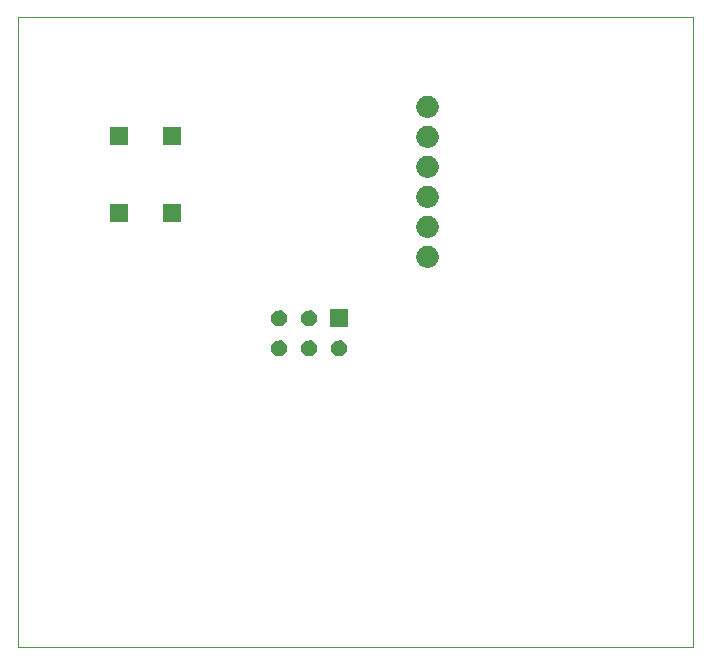
<source format=gbs>
G75*
G71*
%OFA0B0*%
%FSLAX23Y23*%
%IPPOS*%
%LPD*%
%ADD10C,0.1*%
%LPD*%D10*
X0Y0D02*
X0Y100D01*
X0Y200D01*
X0Y300D01*
X0Y400D01*
X0Y499D01*
X0Y599D01*
X0Y699D01*
X0Y799D01*
X0Y899D01*
X0Y999D01*
X0Y1099D01*
X0Y1199D01*
X0Y1299D01*
X0Y1398D01*
X0Y1498D01*
X0Y1598D01*
X0Y1698D01*
X0Y1798D01*
X0Y1898D01*
X0Y1998D01*
X0Y2098D01*
X0Y2198D01*
X0Y2297D01*
X0Y2397D01*
X0Y2497D01*
X0Y2597D01*
X0Y2697D01*
X0Y2797D01*
X0Y2897D01*
X0Y2997D01*
X0Y3097D01*
X0Y3196D01*
X0Y3296D01*
X0Y3396D01*
X0Y3496D01*
X0Y3596D01*
X0Y3696D01*
X0Y3796D01*
X0Y3896D01*
X0Y3995D01*
X0Y4095D01*
X0Y4195D01*
X0Y4295D01*
X0Y4395D01*
X0Y4495D01*
X0Y4595D01*
X0Y4695D01*
X0Y4795D01*
X0Y4894D01*
X0Y4994D01*
X0Y5094D01*
X0Y5194D01*
X0Y5294D01*
X0Y5394D01*
X0Y5494D01*
X0Y5594D01*
X0Y5694D01*
X0Y5793D01*
X0Y5893D01*
X0Y5993D01*
X0Y6093D01*
X0Y6193D01*
X0Y6293D01*
X0Y6393D01*
X0Y6493D01*
X0Y6593D01*
X0Y6692D01*
X0Y6792D01*
X0Y6892D01*
X0Y6992D01*
X0Y7092D01*
X0Y7192D01*
X0Y7292D01*
X0Y7392D01*
X0Y7492D01*
X0Y7591D01*
X0Y7691D01*
X0Y7791D01*
X0Y7891D01*
X0Y7991D01*
X0Y8091D01*
X0Y8191D01*
X0Y8291D01*
X0Y8391D01*
X0Y8490D01*
X0Y8590D01*
X0Y8690D01*
X0Y8790D01*
X0Y8890D01*
X0Y8990D01*
X0Y9090D01*
X0Y9190D01*
X0Y9290D01*
X0Y9389D01*
X0Y9489D01*
X0Y9589D01*
X0Y9689D01*
X0Y9789D01*
X0Y9889D01*
X0Y9989D01*
X0Y10089D01*
X0Y10188D01*
X0Y10288D01*
X0Y10388D01*
X0Y10488D01*
X0Y10588D01*
X0Y10688D01*
X0Y10788D01*
X0Y10888D01*
X0Y10988D01*
X0Y11087D01*
X0Y11187D01*
X0Y11287D01*
X0Y11387D01*
X0Y11487D01*
X0Y11587D01*
X0Y11687D01*
X0Y11787D01*
X0Y11887D01*
X0Y11986D01*
X0Y12086D01*
X0Y12186D01*
X0Y12286D01*
X0Y12386D01*
X0Y12486D01*
X0Y12586D01*
X0Y12686D01*
X0Y12786D01*
X0Y12885D01*
X0Y12985D01*
X0Y13085D01*
X0Y13185D01*
X0Y13285D01*
X0Y13385D01*
X0Y13485D01*
X0Y13585D01*
X0Y13685D01*
X0Y13784D01*
X0Y13884D01*
X0Y13984D01*
X0Y14084D01*
X0Y14184D01*
X0Y14284D01*
X0Y14384D01*
X0Y14484D01*
X0Y14584D01*
X0Y14683D01*
X0Y14783D01*
X0Y14883D01*
X0Y14983D01*
X0Y15083D01*
X0Y15183D01*
X0Y15283D01*
X0Y15383D01*
X0Y15483D01*
X0Y15582D01*
X0Y15682D01*
X0Y15782D01*
X0Y15882D01*
X0Y15982D01*
X0Y16082D01*
X0Y16182D01*
X0Y16282D01*
X0Y16381D01*
X0Y16481D01*
X0Y16581D01*
X0Y16681D01*
X0Y16781D01*
X0Y16881D01*
X0Y16981D01*
X0Y17081D01*
X0Y17181D01*
X0Y17280D01*
X0Y17380D01*
X0Y17480D01*
X0Y17580D01*
X0Y17680D01*
X0Y17780D01*
X0Y17880D01*
X0Y17980D01*
X0Y18080D01*
X0Y18179D01*
X0Y18279D01*
X0Y18379D01*
X0Y18479D01*
X0Y18579D01*
X0Y18679D01*
X0Y18779D01*
X0Y18879D01*
X0Y18979D01*
X0Y19078D01*
X0Y19178D01*
X0Y19278D01*
X0Y19378D01*
X0Y19478D01*
X0Y19578D01*
X0Y19678D01*
X0Y19778D01*
X0Y19878D01*
X0Y19977D01*
X0Y20077D01*
X0Y20177D01*
X0Y20277D01*
X0Y20377D01*
X0Y20477D01*
X0Y20577D01*
X0Y20677D01*
X0Y20777D01*
X0Y20876D01*
X0Y20976D01*
X0Y21076D01*
X0Y21176D01*
X0Y21276D01*
X0Y21376D01*
X0Y21476D01*
X0Y21576D01*
X0Y21676D01*
X0Y21775D01*
X0Y21875D01*
X0Y21975D01*
X0Y22075D01*
X0Y22175D01*
X0Y22275D01*
X0Y22375D01*
X0Y22475D01*
X0Y22575D01*
X0Y22674D01*
X0Y22774D01*
X0Y22874D01*
X0Y22974D01*
X0Y23074D01*
X0Y23174D01*
X0Y23274D01*
X0Y23374D01*
X0Y23473D01*
X0Y23573D01*
X0Y23673D01*
X0Y23773D01*
X0Y23873D01*
X0Y23973D01*
X0Y24073D01*
X0Y24173D01*
X0Y24273D01*
X0Y24372D01*
X0Y24472D01*
X0Y24572D01*
X0Y24672D01*
X0Y24772D01*
X0Y24872D01*
X0Y24972D01*
X0Y25072D01*
X0Y25172D01*
X0Y25271D01*
X0Y25371D01*
X0Y25471D01*
X0Y25571D01*
X0Y25671D01*
X0Y25771D01*
X0Y25871D01*
X0Y25971D01*
X0Y26071D01*
X0Y26170D01*
X0Y26270D01*
X0Y26370D01*
X0Y26470D01*
X0Y26570D01*
X0Y26670D01*
X0Y26770D01*
X0Y26870D01*
X0Y26970D01*
X0Y27069D01*
X0Y27169D01*
X0Y27269D01*
X0Y27369D01*
X0Y27469D01*
X0Y27569D01*
X0Y27669D01*
X0Y27769D01*
X0Y27869D01*
X0Y27968D01*
X0Y28068D01*
X0Y28168D01*
X0Y28268D01*
X0Y28368D01*
X0Y28468D01*
X0Y28568D01*
X0Y28668D01*
X0Y28768D01*
X0Y28867D01*
X0Y28967D01*
X0Y29067D01*
X0Y29167D01*
X0Y29267D01*
X0Y29367D01*
X0Y29467D01*
X0Y29567D01*
X0Y29667D01*
X0Y29766D01*
X0Y29866D01*
X0Y29966D01*
X0Y30066D01*
X0Y30166D01*
X0Y30266D01*
X0Y30366D01*
X0Y30466D01*
X0Y30565D01*
X0Y30665D01*
X0Y30765D01*
X0Y30865D01*
X0Y30965D01*
X0Y31065D01*
X0Y31165D01*
X0Y31265D01*
X0Y31365D01*
X0Y31464D01*
X0Y31564D01*
X0Y31664D01*
X0Y31764D01*
X0Y31864D01*
X0Y31964D01*
X0Y32064D01*
X0Y32164D01*
X0Y32264D01*
X0Y32363D01*
X0Y32463D01*
X0Y32563D01*
X0Y32663D01*
X0Y32763D01*
X0Y32863D01*
X0Y32963D01*
X0Y33063D01*
X0Y33163D01*
X0Y33262D01*
X0Y33362D01*
X0Y33462D01*
X0Y33562D01*
X0Y33662D01*
X0Y33762D01*
X0Y33862D01*
X0Y33962D01*
X0Y34062D01*
X0Y34161D01*
X0Y34261D01*
X0Y34361D01*
X0Y34461D01*
X0Y34561D01*
X0Y34661D01*
X0Y34761D01*
X0Y34861D01*
X0Y34961D01*
X0Y35060D01*
X0Y35160D01*
X0Y35260D01*
X0Y35360D01*
X0Y35460D01*
X0Y35560D01*
X0Y35660D01*
X0Y35760D01*
X0Y35860D01*
X0Y35959D01*
X0Y36059D01*
X0Y36159D01*
X0Y36259D01*
X0Y36359D01*
X0Y36459D01*
X0Y36559D01*
X0Y36659D01*
X0Y36759D01*
X0Y36858D01*
X0Y36958D01*
X0Y37058D01*
X0Y37158D01*
X0Y37258D01*
X0Y37358D01*
X0Y37458D01*
X0Y37558D01*
X0Y37658D01*
X0Y37757D01*
X0Y37857D01*
X0Y37957D01*
X0Y38057D01*
X0Y38157D01*
X0Y38257D01*
X0Y38357D01*
X0Y38457D01*
X0Y38556D01*
X0Y38656D01*
X0Y38756D01*
X0Y38856D01*
X0Y38956D01*
X0Y39056D01*
X0Y39156D01*
X0Y39256D01*
X0Y39356D01*
X0Y39455D01*
X0Y39555D01*
X0Y39655D01*
X0Y39755D01*
X0Y39855D01*
X0Y39955D01*
X0Y40055D01*
X0Y40155D01*
X0Y40255D01*
X0Y40354D01*
X0Y40454D01*
X0Y40554D01*
X0Y40654D01*
X0Y40754D01*
X0Y40854D01*
X0Y40954D01*
X0Y41054D01*
X0Y41154D01*
X0Y41253D01*
X0Y41353D01*
X0Y41453D01*
X0Y41553D01*
X0Y41653D01*
X0Y41753D01*
X0Y41853D01*
X0Y41953D01*
X0Y42053D01*
X0Y42152D01*
X0Y42252D01*
X0Y42352D01*
X0Y42452D01*
X0Y42552D01*
X0Y42652D01*
X0Y42752D01*
X0Y42852D01*
X0Y42952D01*
X0Y43051D01*
X0Y43151D01*
X0Y43251D01*
X0Y43351D01*
X0Y43451D01*
X0Y43551D01*
X0Y43651D01*
X0Y43751D01*
X0Y43851D01*
X0Y43950D01*
X0Y44050D01*
X0Y44150D01*
X0Y44250D01*
X0Y44350D01*
X0Y44450D01*
X0Y44550D01*
X0Y44650D01*
X0Y44750D01*
X0Y44849D01*
X0Y44949D01*
X0Y45049D01*
X0Y45149D01*
X0Y45249D01*
X0Y45349D01*
X0Y45449D01*
X0Y45549D01*
X0Y45649D01*
X0Y45748D01*
X0Y45848D01*
X0Y45948D01*
X0Y46048D01*
X0Y46148D01*
X0Y46248D01*
X0Y46348D01*
X0Y46448D01*
X0Y46548D01*
X0Y46647D01*
X0Y46747D01*
X0Y46847D01*
X0Y46947D01*
X0Y47047D01*
X0Y47147D01*
X0Y47247D01*
X0Y47347D01*
X0Y47447D01*
X0Y47546D01*
X0Y47646D01*
X0Y47746D01*
X0Y47846D01*
X0Y47946D01*
X0Y48046D01*
X0Y48146D01*
X0Y48246D01*
X0Y48346D01*
X0Y48445D01*
X0Y48545D01*
X0Y48645D01*
X0Y48745D01*
X0Y48845D01*
X0Y48945D01*
X0Y49045D01*
X0Y49145D01*
X0Y49244D01*
X0Y49344D01*
X0Y49444D01*
X0Y49544D01*
X0Y49644D01*
X0Y49744D01*
X0Y49844D01*
X0Y49944D01*
X0Y50044D01*
X0Y50143D01*
X0Y50243D01*
X0Y50343D01*
X0Y50443D01*
X0Y50543D01*
X0Y50643D01*
X0Y50743D01*
X0Y50843D01*
X0Y50943D01*
X0Y51043D01*
X0Y51142D01*
X0Y51242D01*
X0Y51342D01*
X0Y51442D01*
X0Y51542D01*
X0Y51642D01*
X0Y51742D01*
X0Y51842D01*
X0Y51942D01*
X0Y52041D01*
X0Y52141D01*
X0Y52241D01*
X0Y52341D01*
X0Y52441D01*
X0Y52541D01*
X0Y52641D01*
X0Y52741D01*
X0Y52841D01*
X0Y52940D01*
X0Y53040D01*
X0Y53140D01*
X0Y53240D01*
X0Y53340D01*
X100Y53340D01*
X200Y53340D01*
X300Y53340D01*
X400Y53340D01*
X500Y53340D01*
X599Y53340D01*
X699Y53340D01*
X799Y53340D01*
X899Y53340D01*
X999Y53340D01*
X1099Y53340D01*
X1199Y53340D01*
X1299Y53340D01*
X1399Y53340D01*
X1499Y53340D01*
X1599Y53340D01*
X1699Y53340D01*
X1798Y53340D01*
X1898Y53340D01*
X1998Y53340D01*
X2098Y53340D01*
X2198Y53340D01*
X2298Y53340D01*
X2398Y53340D01*
X2498Y53340D01*
X2598Y53340D01*
X2698Y53340D01*
X2798Y53340D01*
X2897Y53340D01*
X2997Y53340D01*
X3097Y53340D01*
X3197Y53340D01*
X3297Y53340D01*
X3397Y53340D01*
X3497Y53340D01*
X3597Y53340D01*
X3697Y53340D01*
X3797Y53340D01*
X3897Y53340D01*
X3996Y53340D01*
X4096Y53340D01*
X4196Y53340D01*
X4296Y53340D01*
X4396Y53340D01*
X4496Y53340D01*
X4596Y53340D01*
X4696Y53340D01*
X4796Y53340D01*
X4896Y53340D01*
X4996Y53340D01*
X5096Y53340D01*
X5195Y53340D01*
X5295Y53340D01*
X5395Y53340D01*
X5495Y53340D01*
X5595Y53340D01*
X5695Y53340D01*
X5795Y53340D01*
X5895Y53340D01*
X5995Y53340D01*
X6095Y53340D01*
X6195Y53340D01*
X6294Y53340D01*
X6394Y53340D01*
X6494Y53340D01*
X6594Y53340D01*
X6694Y53340D01*
X6794Y53340D01*
X6894Y53340D01*
X6994Y53340D01*
X7094Y53340D01*
X7194Y53340D01*
X7294Y53340D01*
X7393Y53340D01*
X7493Y53340D01*
X7593Y53340D01*
X7693Y53340D01*
X7793Y53340D01*
X7893Y53340D01*
X7993Y53340D01*
X8093Y53340D01*
X8193Y53340D01*
X8293Y53340D01*
X8393Y53340D01*
X8493Y53340D01*
X8592Y53340D01*
X8692Y53340D01*
X8792Y53340D01*
X8892Y53340D01*
X8992Y53340D01*
X9092Y53340D01*
X9192Y53340D01*
X9292Y53340D01*
X9392Y53340D01*
X9492Y53340D01*
X9592Y53340D01*
X9691Y53340D01*
X9791Y53340D01*
X9891Y53340D01*
X9991Y53340D01*
X10091Y53340D01*
X10191Y53340D01*
X10291Y53340D01*
X10391Y53340D01*
X10491Y53340D01*
X10591Y53340D01*
X10691Y53340D01*
X10791Y53340D01*
X10890Y53340D01*
X10990Y53340D01*
X11090Y53340D01*
X11190Y53340D01*
X11290Y53340D01*
X11390Y53340D01*
X11490Y53340D01*
X11590Y53340D01*
X11690Y53340D01*
X11790Y53340D01*
X11890Y53340D01*
X11989Y53340D01*
X12089Y53340D01*
X12189Y53340D01*
X12289Y53340D01*
X12389Y53340D01*
X12489Y53340D01*
X12589Y53340D01*
X12689Y53340D01*
X12789Y53340D01*
X12889Y53340D01*
X12989Y53340D01*
X13088Y53340D01*
X13188Y53340D01*
X13288Y53340D01*
X13388Y53340D01*
X13488Y53340D01*
X13588Y53340D01*
X13688Y53340D01*
X13788Y53340D01*
X13888Y53340D01*
X13988Y53340D01*
X14088Y53340D01*
X14188Y53340D01*
X14287Y53340D01*
X14387Y53340D01*
X14487Y53340D01*
X14587Y53340D01*
X14687Y53340D01*
X14787Y53340D01*
X14887Y53340D01*
X14987Y53340D01*
X15087Y53340D01*
X15187Y53340D01*
X15287Y53340D01*
X15386Y53340D01*
X15486Y53340D01*
X15586Y53340D01*
X15686Y53340D01*
X15786Y53340D01*
X15886Y53340D01*
X15986Y53340D01*
X16086Y53340D01*
X16186Y53340D01*
X16286Y53340D01*
X16386Y53340D01*
X16485Y53340D01*
X16585Y53340D01*
X16685Y53340D01*
X16785Y53340D01*
X16885Y53340D01*
X16985Y53340D01*
X17085Y53340D01*
X17185Y53340D01*
X17285Y53340D01*
X17385Y53340D01*
X17485Y53340D01*
X17585Y53340D01*
X17684Y53340D01*
X17784Y53340D01*
X17884Y53340D01*
X17984Y53340D01*
X18084Y53340D01*
X18184Y53340D01*
X18284Y53340D01*
X18384Y53340D01*
X18484Y53340D01*
X18584Y53340D01*
X18684Y53340D01*
X18783Y53340D01*
X18883Y53340D01*
X18983Y53340D01*
X19083Y53340D01*
X19183Y53340D01*
X19283Y53340D01*
X19383Y53340D01*
X19483Y53340D01*
X19583Y53340D01*
X19683Y53340D01*
X19783Y53340D01*
X19883Y53340D01*
X19982Y53340D01*
X20082Y53340D01*
X20182Y53340D01*
X20282Y53340D01*
X20382Y53340D01*
X20482Y53340D01*
X20582Y53340D01*
X20682Y53340D01*
X20782Y53340D01*
X20882Y53340D01*
X20982Y53340D01*
X21081Y53340D01*
X21181Y53340D01*
X21281Y53340D01*
X21381Y53340D01*
X21481Y53340D01*
X21581Y53340D01*
X21681Y53340D01*
X21781Y53340D01*
X21881Y53340D01*
X21981Y53340D01*
X22081Y53340D01*
X22180Y53340D01*
X22280Y53340D01*
X22380Y53340D01*
X22480Y53340D01*
X22580Y53340D01*
X22680Y53340D01*
X22780Y53340D01*
X22880Y53340D01*
X22980Y53340D01*
X23080Y53340D01*
X23180Y53340D01*
X23280Y53340D01*
X23379Y53340D01*
X23479Y53340D01*
X23579Y53340D01*
X23679Y53340D01*
X23779Y53340D01*
X23879Y53340D01*
X23979Y53340D01*
X24079Y53340D01*
X24179Y53340D01*
X24279Y53340D01*
X24379Y53340D01*
X24478Y53340D01*
X24578Y53340D01*
X24678Y53340D01*
X24778Y53340D01*
X24878Y53340D01*
X24978Y53340D01*
X25078Y53340D01*
X25178Y53340D01*
X25278Y53340D01*
X25378Y53340D01*
X25478Y53340D01*
X25578Y53340D01*
X25677Y53340D01*
X25777Y53340D01*
X25877Y53340D01*
X25977Y53340D01*
X26077Y53340D01*
X26177Y53340D01*
X26277Y53340D01*
X26377Y53340D01*
X26477Y53340D01*
X26577Y53340D01*
X26677Y53340D01*
X26776Y53340D01*
X26876Y53340D01*
X26976Y53340D01*
X27076Y53340D01*
X27176Y53340D01*
X27276Y53340D01*
X27376Y53340D01*
X27476Y53340D01*
X27576Y53340D01*
X27676Y53340D01*
X27776Y53340D01*
X27875Y53340D01*
X27975Y53340D01*
X28075Y53340D01*
X28175Y53340D01*
X28275Y53340D01*
X28375Y53340D01*
X28475Y53340D01*
X28575Y53340D01*
X28675Y53340D01*
X28775Y53340D01*
X28875Y53340D01*
X28975Y53340D01*
X29074Y53340D01*
X29174Y53340D01*
X29274Y53340D01*
X29374Y53340D01*
X29474Y53340D01*
X29574Y53340D01*
X29674Y53340D01*
X29774Y53340D01*
X29874Y53340D01*
X29974Y53340D01*
X30074Y53340D01*
X30173Y53340D01*
X30273Y53340D01*
X30373Y53340D01*
X30473Y53340D01*
X30573Y53340D01*
X30673Y53340D01*
X30773Y53340D01*
X30873Y53340D01*
X30973Y53340D01*
X31073Y53340D01*
X31173Y53340D01*
X31273Y53340D01*
X31372Y53340D01*
X31472Y53340D01*
X31572Y53340D01*
X31672Y53340D01*
X31772Y53340D01*
X31872Y53340D01*
X31972Y53340D01*
X32072Y53340D01*
X32172Y53340D01*
X32272Y53340D01*
X32372Y53340D01*
X32471Y53340D01*
X32571Y53340D01*
X32671Y53340D01*
X32771Y53340D01*
X32871Y53340D01*
X32971Y53340D01*
X33071Y53340D01*
X33171Y53340D01*
X33271Y53340D01*
X33371Y53340D01*
X33471Y53340D01*
X33571Y53340D01*
X33670Y53340D01*
X33770Y53340D01*
X33870Y53340D01*
X33970Y53340D01*
X34070Y53340D01*
X34170Y53340D01*
X34270Y53340D01*
X34370Y53340D01*
X34470Y53340D01*
X34570Y53340D01*
X34670Y53340D01*
X34769Y53340D01*
X34869Y53340D01*
X34969Y53340D01*
X35069Y53340D01*
X35169Y53340D01*
X35269Y53340D01*
X35369Y53340D01*
X35469Y53340D01*
X35569Y53340D01*
X35669Y53340D01*
X35769Y53340D01*
X35868Y53340D01*
X35968Y53340D01*
X36068Y53340D01*
X36168Y53340D01*
X36268Y53340D01*
X36368Y53340D01*
X36468Y53340D01*
X36568Y53340D01*
X36668Y53340D01*
X36768Y53340D01*
X36868Y53340D01*
X36968Y53340D01*
X37067Y53340D01*
X37167Y53340D01*
X37267Y53340D01*
X37367Y53340D01*
X37467Y53340D01*
X37567Y53340D01*
X37667Y53340D01*
X37767Y53340D01*
X37867Y53340D01*
X37967Y53340D01*
X38067Y53340D01*
X38166Y53340D01*
X38266Y53340D01*
X38366Y53340D01*
X38466Y53340D01*
X38566Y53340D01*
X38666Y53340D01*
X38766Y53340D01*
X38866Y53340D01*
X38966Y53340D01*
X39066Y53340D01*
X39166Y53340D01*
X39265Y53340D01*
X39365Y53340D01*
X39465Y53340D01*
X39565Y53340D01*
X39665Y53340D01*
X39765Y53340D01*
X39865Y53340D01*
X39965Y53340D01*
X40065Y53340D01*
X40165Y53340D01*
X40265Y53340D01*
X40365Y53340D01*
X40464Y53340D01*
X40564Y53340D01*
X40664Y53340D01*
X40764Y53340D01*
X40864Y53340D01*
X40964Y53340D01*
X41064Y53340D01*
X41164Y53340D01*
X41264Y53340D01*
X41364Y53340D01*
X41464Y53340D01*
X41563Y53340D01*
X41663Y53340D01*
X41763Y53340D01*
X41863Y53340D01*
X41963Y53340D01*
X42063Y53340D01*
X42163Y53340D01*
X42263Y53340D01*
X42363Y53340D01*
X42463Y53340D01*
X42563Y53340D01*
X42663Y53340D01*
X42762Y53340D01*
X42862Y53340D01*
X42962Y53340D01*
X43062Y53340D01*
X43162Y53340D01*
X43262Y53340D01*
X43362Y53340D01*
X43462Y53340D01*
X43562Y53340D01*
X43662Y53340D01*
X43762Y53340D01*
X43861Y53340D01*
X43961Y53340D01*
X44061Y53340D01*
X44161Y53340D01*
X44261Y53340D01*
X44361Y53340D01*
X44461Y53340D01*
X44561Y53340D01*
X44661Y53340D01*
X44761Y53340D01*
X44861Y53340D01*
X44961Y53340D01*
X45060Y53340D01*
X45160Y53340D01*
X45260Y53340D01*
X45360Y53340D01*
X45460Y53340D01*
X45560Y53340D01*
X45660Y53340D01*
X45760Y53340D01*
X45860Y53340D01*
X45960Y53340D01*
X46060Y53340D01*
X46159Y53340D01*
X46259Y53340D01*
X46359Y53340D01*
X46459Y53340D01*
X46559Y53340D01*
X46659Y53340D01*
X46759Y53340D01*
X46859Y53340D01*
X46959Y53340D01*
X47059Y53340D01*
X47159Y53340D01*
X47259Y53340D01*
X47358Y53340D01*
X47458Y53340D01*
X47558Y53340D01*
X47658Y53340D01*
X47758Y53340D01*
X47858Y53340D01*
X47958Y53340D01*
X48058Y53340D01*
X48158Y53340D01*
X48258Y53340D01*
X48358Y53340D01*
X48457Y53340D01*
X48557Y53340D01*
X48657Y53340D01*
X48757Y53340D01*
X48857Y53340D01*
X48957Y53340D01*
X49057Y53340D01*
X49157Y53340D01*
X49257Y53340D01*
X49357Y53340D01*
X49457Y53340D01*
X49557Y53340D01*
X49656Y53340D01*
X49756Y53340D01*
X49856Y53340D01*
X49956Y53340D01*
X50056Y53340D01*
X50156Y53340D01*
X50256Y53340D01*
X50356Y53340D01*
X50456Y53340D01*
X50556Y53340D01*
X50656Y53340D01*
X50755Y53340D01*
X50855Y53340D01*
X50955Y53340D01*
X51055Y53340D01*
X51155Y53340D01*
X51255Y53340D01*
X51355Y53340D01*
X51455Y53340D01*
X51555Y53340D01*
X51655Y53340D01*
X51755Y53340D01*
X51855Y53340D01*
X51954Y53340D01*
X52054Y53340D01*
X52154Y53340D01*
X52254Y53340D01*
X52354Y53340D01*
X52454Y53340D01*
X52554Y53340D01*
X52654Y53340D01*
X52754Y53340D01*
X52854Y53340D01*
X52954Y53340D01*
X53053Y53340D01*
X53153Y53340D01*
X53253Y53340D01*
X53353Y53340D01*
X53453Y53340D01*
X53553Y53340D01*
X53653Y53340D01*
X53753Y53340D01*
X53853Y53340D01*
X53953Y53340D01*
X54053Y53340D01*
X54153Y53340D01*
X54252Y53340D01*
X54352Y53340D01*
X54452Y53340D01*
X54552Y53340D01*
X54652Y53340D01*
X54752Y53340D01*
X54852Y53340D01*
X54952Y53340D01*
X55052Y53340D01*
X55152Y53340D01*
X55252Y53340D01*
X55351Y53340D01*
X55451Y53340D01*
X55551Y53340D01*
X55651Y53340D01*
X55751Y53340D01*
X55851Y53340D01*
X55951Y53340D01*
X56051Y53340D01*
X56151Y53340D01*
X56251Y53340D01*
X56351Y53340D01*
X56451Y53340D01*
X56550Y53340D01*
X56650Y53340D01*
X56750Y53340D01*
X56850Y53340D01*
X56950Y53340D01*
X57050Y53340D01*
X57150Y53340D01*
X57150Y53240D01*
X57150Y53140D01*
X57150Y53040D01*
X57150Y52940D01*
X57150Y52841D01*
X57150Y52741D01*
X57150Y52641D01*
X57150Y52541D01*
X57150Y52441D01*
X57150Y52341D01*
X57150Y52241D01*
X57150Y52141D01*
X57150Y52041D01*
X57150Y51942D01*
X57150Y51842D01*
X57150Y51742D01*
X57150Y51642D01*
X57150Y51542D01*
X57150Y51442D01*
X57150Y51342D01*
X57150Y51242D01*
X57150Y51142D01*
X57150Y51043D01*
X57150Y50943D01*
X57150Y50843D01*
X57150Y50743D01*
X57150Y50643D01*
X57150Y50543D01*
X57150Y50443D01*
X57150Y50343D01*
X57150Y50243D01*
X57150Y50144D01*
X57150Y50044D01*
X57150Y49944D01*
X57150Y49844D01*
X57150Y49744D01*
X57150Y49644D01*
X57150Y49544D01*
X57150Y49444D01*
X57150Y49345D01*
X57150Y49245D01*
X57150Y49145D01*
X57150Y49045D01*
X57150Y48945D01*
X57150Y48845D01*
X57150Y48745D01*
X57150Y48645D01*
X57150Y48545D01*
X57150Y48446D01*
X57150Y48346D01*
X57150Y48246D01*
X57150Y48146D01*
X57150Y48046D01*
X57150Y47946D01*
X57150Y47846D01*
X57150Y47746D01*
X57150Y47646D01*
X57150Y47547D01*
X57150Y47447D01*
X57150Y47347D01*
X57150Y47247D01*
X57150Y47147D01*
X57150Y47047D01*
X57150Y46947D01*
X57150Y46847D01*
X57150Y46747D01*
X57150Y46648D01*
X57150Y46548D01*
X57150Y46448D01*
X57150Y46348D01*
X57150Y46248D01*
X57150Y46148D01*
X57150Y46048D01*
X57150Y45948D01*
X57150Y45848D01*
X57150Y45749D01*
X57150Y45649D01*
X57150Y45549D01*
X57150Y45449D01*
X57150Y45349D01*
X57150Y45249D01*
X57150Y45149D01*
X57150Y45049D01*
X57150Y44949D01*
X57150Y44850D01*
X57150Y44750D01*
X57150Y44650D01*
X57150Y44550D01*
X57150Y44450D01*
X57150Y44350D01*
X57150Y44250D01*
X57150Y44150D01*
X57150Y44050D01*
X57150Y43951D01*
X57150Y43851D01*
X57150Y43751D01*
X57150Y43651D01*
X57150Y43551D01*
X57150Y43451D01*
X57150Y43351D01*
X57150Y43251D01*
X57150Y43152D01*
X57150Y43052D01*
X57150Y42952D01*
X57150Y42852D01*
X57150Y42752D01*
X57150Y42652D01*
X57150Y42552D01*
X57150Y42452D01*
X57150Y42352D01*
X57150Y42253D01*
X57150Y42153D01*
X57150Y42053D01*
X57150Y41953D01*
X57150Y41853D01*
X57150Y41753D01*
X57150Y41653D01*
X57150Y41553D01*
X57150Y41453D01*
X57150Y41354D01*
X57150Y41254D01*
X57150Y41154D01*
X57150Y41054D01*
X57150Y40954D01*
X57150Y40854D01*
X57150Y40754D01*
X57150Y40654D01*
X57150Y40554D01*
X57150Y40455D01*
X57150Y40355D01*
X57150Y40255D01*
X57150Y40155D01*
X57150Y40055D01*
X57150Y39955D01*
X57150Y39855D01*
X57150Y39755D01*
X57150Y39655D01*
X57150Y39556D01*
X57150Y39456D01*
X57150Y39356D01*
X57150Y39256D01*
X57150Y39156D01*
X57150Y39056D01*
X57150Y38956D01*
X57150Y38856D01*
X57150Y38756D01*
X57150Y38657D01*
X57150Y38557D01*
X57150Y38457D01*
X57150Y38357D01*
X57150Y38257D01*
X57150Y38157D01*
X57150Y38057D01*
X57150Y37957D01*
X57150Y37857D01*
X57150Y37758D01*
X57150Y37658D01*
X57150Y37558D01*
X57150Y37458D01*
X57150Y37358D01*
X57150Y37258D01*
X57150Y37158D01*
X57150Y37058D01*
X57150Y36959D01*
X57150Y36859D01*
X57150Y36759D01*
X57150Y36659D01*
X57150Y36559D01*
X57150Y36459D01*
X57150Y36359D01*
X57150Y36259D01*
X57150Y36159D01*
X57150Y36060D01*
X57150Y35960D01*
X57150Y35860D01*
X57150Y35760D01*
X57150Y35660D01*
X57150Y35560D01*
X57150Y35460D01*
X57150Y35360D01*
X57150Y35260D01*
X57150Y35161D01*
X57150Y35061D01*
X57150Y34961D01*
X57150Y34861D01*
X57150Y34761D01*
X57150Y34661D01*
X57150Y34561D01*
X57150Y34461D01*
X57150Y34361D01*
X57150Y34262D01*
X57150Y34162D01*
X57150Y34062D01*
X57150Y33962D01*
X57150Y33862D01*
X57150Y33762D01*
X57150Y33662D01*
X57150Y33562D01*
X57150Y33462D01*
X57150Y33363D01*
X57150Y33263D01*
X57150Y33163D01*
X57150Y33063D01*
X57150Y32963D01*
X57150Y32863D01*
X57150Y32763D01*
X57150Y32663D01*
X57150Y32563D01*
X57150Y32464D01*
X57150Y32364D01*
X57150Y32264D01*
X57150Y32164D01*
X57150Y32064D01*
X57150Y31964D01*
X57150Y31864D01*
X57150Y31764D01*
X57150Y31664D01*
X57150Y31565D01*
X57150Y31465D01*
X57150Y31365D01*
X57150Y31265D01*
X57150Y31165D01*
X57150Y31065D01*
X57150Y30965D01*
X57150Y30865D01*
X57150Y30765D01*
X57150Y30666D01*
X57150Y30566D01*
X57150Y30466D01*
X57150Y30366D01*
X57150Y30266D01*
X57150Y30166D01*
X57150Y30066D01*
X57150Y29966D01*
X57150Y29867D01*
X57150Y29767D01*
X57150Y29667D01*
X57150Y29567D01*
X57150Y29467D01*
X57150Y29367D01*
X57150Y29267D01*
X57150Y29167D01*
X57150Y29067D01*
X57150Y28968D01*
X57150Y28868D01*
X57150Y28768D01*
X57150Y28668D01*
X57150Y28568D01*
X57150Y28468D01*
X57150Y28368D01*
X57150Y28268D01*
X57150Y28168D01*
X57150Y28069D01*
X57150Y27969D01*
X57150Y27869D01*
X57150Y27769D01*
X57150Y27669D01*
X57150Y27569D01*
X57150Y27469D01*
X57150Y27369D01*
X57150Y27269D01*
X57150Y27170D01*
X57150Y27070D01*
X57150Y26970D01*
X57150Y26870D01*
X57150Y26770D01*
X57150Y26670D01*
X57150Y26570D01*
X57150Y26470D01*
X57150Y26370D01*
X57150Y26271D01*
X57150Y26171D01*
X57150Y26071D01*
X57150Y25971D01*
X57150Y25871D01*
X57150Y25771D01*
X57150Y25671D01*
X57150Y25571D01*
X57150Y25471D01*
X57150Y25372D01*
X57150Y25272D01*
X57150Y25172D01*
X57150Y25072D01*
X57150Y24972D01*
X57150Y24872D01*
X57150Y24772D01*
X57150Y24672D01*
X57150Y24572D01*
X57150Y24473D01*
X57150Y24373D01*
X57150Y24273D01*
X57150Y24173D01*
X57150Y24073D01*
X57150Y23973D01*
X57150Y23873D01*
X57150Y23773D01*
X57150Y23673D01*
X57150Y23574D01*
X57150Y23474D01*
X57150Y23374D01*
X57150Y23274D01*
X57150Y23174D01*
X57150Y23074D01*
X57150Y22974D01*
X57150Y22874D01*
X57150Y22775D01*
X57150Y22675D01*
X57150Y22575D01*
X57150Y22475D01*
X57150Y22375D01*
X57150Y22275D01*
X57150Y22175D01*
X57150Y22075D01*
X57150Y21975D01*
X57150Y21876D01*
X57150Y21776D01*
X57150Y21676D01*
X57150Y21576D01*
X57150Y21476D01*
X57150Y21376D01*
X57150Y21276D01*
X57150Y21176D01*
X57150Y21076D01*
X57150Y20977D01*
X57150Y20877D01*
X57150Y20777D01*
X57150Y20677D01*
X57150Y20577D01*
X57150Y20477D01*
X57150Y20377D01*
X57150Y20277D01*
X57150Y20177D01*
X57150Y20078D01*
X57150Y19978D01*
X57150Y19878D01*
X57150Y19778D01*
X57150Y19678D01*
X57150Y19578D01*
X57150Y19478D01*
X57150Y19378D01*
X57150Y19278D01*
X57150Y19179D01*
X57150Y19079D01*
X57150Y18979D01*
X57150Y18879D01*
X57150Y18779D01*
X57150Y18679D01*
X57150Y18579D01*
X57150Y18479D01*
X57150Y18379D01*
X57150Y18280D01*
X57150Y18180D01*
X57150Y18080D01*
X57150Y17980D01*
X57150Y17880D01*
X57150Y17780D01*
X57150Y17680D01*
X57150Y17580D01*
X57150Y17480D01*
X57150Y17381D01*
X57150Y17281D01*
X57150Y17181D01*
X57150Y17081D01*
X57150Y16981D01*
X57150Y16881D01*
X57150Y16781D01*
X57150Y16681D01*
X57150Y16581D01*
X57150Y16482D01*
X57150Y16382D01*
X57150Y16282D01*
X57150Y16182D01*
X57150Y16082D01*
X57150Y15982D01*
X57150Y15882D01*
X57150Y15782D01*
X57150Y15682D01*
X57150Y15583D01*
X57150Y15483D01*
X57150Y15383D01*
X57150Y15283D01*
X57150Y15183D01*
X57150Y15083D01*
X57150Y14983D01*
X57150Y14883D01*
X57150Y14784D01*
X57150Y14684D01*
X57150Y14584D01*
X57150Y14484D01*
X57150Y14384D01*
X57150Y14284D01*
X57150Y14184D01*
X57150Y14084D01*
X57150Y13984D01*
X57150Y13885D01*
X57150Y13785D01*
X57150Y13685D01*
X57150Y13585D01*
X57150Y13485D01*
X57150Y13385D01*
X57150Y13285D01*
X57150Y13185D01*
X57150Y13085D01*
X57150Y12986D01*
X57150Y12886D01*
X57150Y12786D01*
X57150Y12686D01*
X57150Y12586D01*
X57150Y12486D01*
X57150Y12386D01*
X57150Y12286D01*
X57150Y12186D01*
X57150Y12087D01*
X57150Y11987D01*
X57150Y11887D01*
X57150Y11787D01*
X57150Y11687D01*
X57150Y11587D01*
X57150Y11487D01*
X57150Y11387D01*
X57150Y11287D01*
X57150Y11188D01*
X57150Y11088D01*
X57150Y10988D01*
X57150Y10888D01*
X57150Y10788D01*
X57150Y10688D01*
X57150Y10588D01*
X57150Y10488D01*
X57150Y10388D01*
X57150Y10289D01*
X57150Y10189D01*
X57150Y10089D01*
X57150Y9989D01*
X57150Y9889D01*
X57150Y9789D01*
X57150Y9689D01*
X57150Y9589D01*
X57150Y9489D01*
X57150Y9390D01*
X57150Y9290D01*
X57150Y9190D01*
X57150Y9090D01*
X57150Y8990D01*
X57150Y8890D01*
X57150Y8790D01*
X57150Y8690D01*
X57150Y8590D01*
X57150Y8491D01*
X57150Y8391D01*
X57150Y8291D01*
X57150Y8191D01*
X57150Y8091D01*
X57150Y7991D01*
X57150Y7891D01*
X57150Y7791D01*
X57150Y7691D01*
X57150Y7592D01*
X57150Y7492D01*
X57150Y7392D01*
X57150Y7292D01*
X57150Y7192D01*
X57150Y7092D01*
X57150Y6992D01*
X57150Y6892D01*
X57150Y6792D01*
X57150Y6693D01*
X57150Y6593D01*
X57150Y6493D01*
X57150Y6393D01*
X57150Y6293D01*
X57150Y6193D01*
X57150Y6093D01*
X57150Y5993D01*
X57150Y5893D01*
X57150Y5794D01*
X57150Y5694D01*
X57150Y5594D01*
X57150Y5494D01*
X57150Y5394D01*
X57150Y5294D01*
X57150Y5194D01*
X57150Y5094D01*
X57150Y4994D01*
X57150Y4895D01*
X57150Y4795D01*
X57150Y4695D01*
X57150Y4595D01*
X57150Y4495D01*
X57150Y4395D01*
X57150Y4295D01*
X57150Y4195D01*
X57150Y4096D01*
X57150Y3996D01*
X57150Y3896D01*
X57150Y3796D01*
X57150Y3696D01*
X57150Y3596D01*
X57150Y3496D01*
X57150Y3396D01*
X57150Y3296D01*
X57150Y3197D01*
X57150Y3097D01*
X57150Y2997D01*
X57150Y2897D01*
X57150Y2797D01*
X57150Y2697D01*
X57150Y2597D01*
X57150Y2497D01*
X57150Y2397D01*
X57150Y2297D01*
X57150Y2198D01*
X57150Y2098D01*
X57150Y1998D01*
X57150Y1898D01*
X57150Y1798D01*
X57150Y1698D01*
X57150Y1598D01*
X57150Y1498D01*
X57150Y1398D01*
X57150Y1299D01*
X57150Y1199D01*
X57150Y1099D01*
X57150Y999D01*
X57150Y899D01*
X57150Y799D01*
X57150Y699D01*
X57150Y599D01*
X57150Y499D01*
X57150Y400D01*
X57150Y300D01*
X57150Y200D01*
X57150Y100D01*
X57150Y0D01*
X57050Y0D01*
X56950Y0D01*
X56850Y0D01*
X56750Y0D01*
X56650Y0D01*
X56551Y0D01*
X56451Y0D01*
X56351Y0D01*
X56251Y0D01*
X56151Y0D01*
X56051Y0D01*
X55951Y0D01*
X55851Y0D01*
X55751Y0D01*
X55651Y0D01*
X55551Y0D01*
X55451Y0D01*
X55352Y0D01*
X55252Y0D01*
X55152Y0D01*
X55052Y0D01*
X54952Y0D01*
X54852Y0D01*
X54752Y0D01*
X54652Y0D01*
X54552Y0D01*
X54452Y0D01*
X54352Y0D01*
X54253Y0D01*
X54153Y0D01*
X54053Y0D01*
X53953Y0D01*
X53853Y0D01*
X53753Y0D01*
X53653Y0D01*
X53553Y0D01*
X53453Y0D01*
X53353Y0D01*
X53253Y0D01*
X53154Y0D01*
X53054Y0D01*
X52954Y0D01*
X52854Y0D01*
X52754Y0D01*
X52654Y0D01*
X52554Y0D01*
X52454Y0D01*
X52354Y0D01*
X52254Y0D01*
X52154Y0D01*
X52054Y0D01*
X51955Y0D01*
X51855Y0D01*
X51755Y0D01*
X51655Y0D01*
X51555Y0D01*
X51455Y0D01*
X51355Y0D01*
X51255Y0D01*
X51155Y0D01*
X51055Y0D01*
X50955Y0D01*
X50856Y0D01*
X50756Y0D01*
X50656Y0D01*
X50556Y0D01*
X50456Y0D01*
X50356Y0D01*
X50256Y0D01*
X50156Y0D01*
X50056Y0D01*
X49956Y0D01*
X49856Y0D01*
X49757Y0D01*
X49657Y0D01*
X49557Y0D01*
X49457Y0D01*
X49357Y0D01*
X49257Y0D01*
X49157Y0D01*
X49057Y0D01*
X48957Y0D01*
X48857Y0D01*
X48757Y0D01*
X48657Y0D01*
X48558Y0D01*
X48458Y0D01*
X48358Y0D01*
X48258Y0D01*
X48158Y0D01*
X48058Y0D01*
X47958Y0D01*
X47858Y0D01*
X47758Y0D01*
X47658Y0D01*
X47558Y0D01*
X47459Y0D01*
X47359Y0D01*
X47259Y0D01*
X47159Y0D01*
X47059Y0D01*
X46959Y0D01*
X46859Y0D01*
X46759Y0D01*
X46659Y0D01*
X46559Y0D01*
X46459Y0D01*
X46359Y0D01*
X46260Y0D01*
X46160Y0D01*
X46060Y0D01*
X45960Y0D01*
X45860Y0D01*
X45760Y0D01*
X45660Y0D01*
X45560Y0D01*
X45460Y0D01*
X45360Y0D01*
X45260Y0D01*
X45161Y0D01*
X45061Y0D01*
X44961Y0D01*
X44861Y0D01*
X44761Y0D01*
X44661Y0D01*
X44561Y0D01*
X44461Y0D01*
X44361Y0D01*
X44261Y0D01*
X44161Y0D01*
X44062Y0D01*
X43962Y0D01*
X43862Y0D01*
X43762Y0D01*
X43662Y0D01*
X43562Y0D01*
X43462Y0D01*
X43362Y0D01*
X43262Y0D01*
X43162Y0D01*
X43062Y0D01*
X42962Y0D01*
X42863Y0D01*
X42763Y0D01*
X42663Y0D01*
X42563Y0D01*
X42463Y0D01*
X42363Y0D01*
X42263Y0D01*
X42163Y0D01*
X42063Y0D01*
X41963Y0D01*
X41863Y0D01*
X41764Y0D01*
X41664Y0D01*
X41564Y0D01*
X41464Y0D01*
X41364Y0D01*
X41264Y0D01*
X41164Y0D01*
X41064Y0D01*
X40964Y0D01*
X40864Y0D01*
X40764Y0D01*
X40665Y0D01*
X40565Y0D01*
X40465Y0D01*
X40365Y0D01*
X40265Y0D01*
X40165Y0D01*
X40065Y0D01*
X39965Y0D01*
X39865Y0D01*
X39765Y0D01*
X39665Y0D01*
X39565Y0D01*
X39466Y0D01*
X39366Y0D01*
X39266Y0D01*
X39166Y0D01*
X39066Y0D01*
X38966Y0D01*
X38866Y0D01*
X38766Y0D01*
X38666Y0D01*
X38566Y0D01*
X38466Y0D01*
X38367Y0D01*
X38267Y0D01*
X38167Y0D01*
X38067Y0D01*
X37967Y0D01*
X37867Y0D01*
X37767Y0D01*
X37667Y0D01*
X37567Y0D01*
X37467Y0D01*
X37367Y0D01*
X37267Y0D01*
X37168Y0D01*
X37068Y0D01*
X36968Y0D01*
X36868Y0D01*
X36768Y0D01*
X36668Y0D01*
X36568Y0D01*
X36468Y0D01*
X36368Y0D01*
X36268Y0D01*
X36168Y0D01*
X36069Y0D01*
X35969Y0D01*
X35869Y0D01*
X35769Y0D01*
X35669Y0D01*
X35569Y0D01*
X35469Y0D01*
X35369Y0D01*
X35269Y0D01*
X35169Y0D01*
X35069Y0D01*
X34970Y0D01*
X34870Y0D01*
X34770Y0D01*
X34670Y0D01*
X34570Y0D01*
X34470Y0D01*
X34370Y0D01*
X34270Y0D01*
X34170Y0D01*
X34070Y0D01*
X33970Y0D01*
X33870Y0D01*
X33771Y0D01*
X33671Y0D01*
X33571Y0D01*
X33471Y0D01*
X33371Y0D01*
X33271Y0D01*
X33171Y0D01*
X33071Y0D01*
X32971Y0D01*
X32871Y0D01*
X32771Y0D01*
X32672Y0D01*
X32572Y0D01*
X32472Y0D01*
X32372Y0D01*
X32272Y0D01*
X32172Y0D01*
X32072Y0D01*
X31972Y0D01*
X31872Y0D01*
X31772Y0D01*
X31672Y0D01*
X31572Y0D01*
X31473Y0D01*
X31373Y0D01*
X31273Y0D01*
X31173Y0D01*
X31073Y0D01*
X30973Y0D01*
X30873Y0D01*
X30773Y0D01*
X30673Y0D01*
X30573Y0D01*
X30473Y0D01*
X30374Y0D01*
X30274Y0D01*
X30174Y0D01*
X30074Y0D01*
X29974Y0D01*
X29874Y0D01*
X29774Y0D01*
X29674Y0D01*
X29574Y0D01*
X29474Y0D01*
X29374Y0D01*
X29275Y0D01*
X29175Y0D01*
X29075Y0D01*
X28975Y0D01*
X28875Y0D01*
X28775Y0D01*
X28675Y0D01*
X28575Y0D01*
X28475Y0D01*
X28375Y0D01*
X28275Y0D01*
X28175Y0D01*
X28076Y0D01*
X27976Y0D01*
X27876Y0D01*
X27776Y0D01*
X27676Y0D01*
X27576Y0D01*
X27476Y0D01*
X27376Y0D01*
X27276Y0D01*
X27176Y0D01*
X27076Y0D01*
X26977Y0D01*
X26877Y0D01*
X26777Y0D01*
X26677Y0D01*
X26577Y0D01*
X26477Y0D01*
X26377Y0D01*
X26277Y0D01*
X26177Y0D01*
X26077Y0D01*
X25977Y0D01*
X25877Y0D01*
X25778Y0D01*
X25678Y0D01*
X25578Y0D01*
X25478Y0D01*
X25378Y0D01*
X25278Y0D01*
X25178Y0D01*
X25078Y0D01*
X24978Y0D01*
X24878Y0D01*
X24778Y0D01*
X24679Y0D01*
X24579Y0D01*
X24479Y0D01*
X24379Y0D01*
X24279Y0D01*
X24179Y0D01*
X24079Y0D01*
X23979Y0D01*
X23879Y0D01*
X23779Y0D01*
X23679Y0D01*
X23579Y0D01*
X23480Y0D01*
X23380Y0D01*
X23280Y0D01*
X23180Y0D01*
X23080Y0D01*
X22980Y0D01*
X22880Y0D01*
X22780Y0D01*
X22680Y0D01*
X22580Y0D01*
X22480Y0D01*
X22381Y0D01*
X22281Y0D01*
X22181Y0D01*
X22081Y0D01*
X21981Y0D01*
X21881Y0D01*
X21781Y0D01*
X21681Y0D01*
X21581Y0D01*
X21481Y0D01*
X21381Y0D01*
X21282Y0D01*
X21182Y0D01*
X21082Y0D01*
X20982Y0D01*
X20882Y0D01*
X20782Y0D01*
X20682Y0D01*
X20582Y0D01*
X20482Y0D01*
X20382Y0D01*
X20282Y0D01*
X20182Y0D01*
X20083Y0D01*
X19983Y0D01*
X19883Y0D01*
X19783Y0D01*
X19683Y0D01*
X19583Y0D01*
X19483Y0D01*
X19383Y0D01*
X19283Y0D01*
X19183Y0D01*
X19083Y0D01*
X18984Y0D01*
X18884Y0D01*
X18784Y0D01*
X18684Y0D01*
X18584Y0D01*
X18484Y0D01*
X18384Y0D01*
X18284Y0D01*
X18184Y0D01*
X18084Y0D01*
X17984Y0D01*
X17885Y0D01*
X17785Y0D01*
X17685Y0D01*
X17585Y0D01*
X17485Y0D01*
X17385Y0D01*
X17285Y0D01*
X17185Y0D01*
X17085Y0D01*
X16985Y0D01*
X16885Y0D01*
X16785Y0D01*
X16686Y0D01*
X16586Y0D01*
X16486Y0D01*
X16386Y0D01*
X16286Y0D01*
X16186Y0D01*
X16086Y0D01*
X15986Y0D01*
X15886Y0D01*
X15786Y0D01*
X15686Y0D01*
X15587Y0D01*
X15487Y0D01*
X15387Y0D01*
X15287Y0D01*
X15187Y0D01*
X15087Y0D01*
X14987Y0D01*
X14887Y0D01*
X14787Y0D01*
X14687Y0D01*
X14587Y0D01*
X14487Y0D01*
X14388Y0D01*
X14288Y0D01*
X14188Y0D01*
X14088Y0D01*
X13988Y0D01*
X13888Y0D01*
X13788Y0D01*
X13688Y0D01*
X13588Y0D01*
X13488Y0D01*
X13388Y0D01*
X13289Y0D01*
X13189Y0D01*
X13089Y0D01*
X12989Y0D01*
X12889Y0D01*
X12789Y0D01*
X12689Y0D01*
X12589Y0D01*
X12489Y0D01*
X12389Y0D01*
X12289Y0D01*
X12189Y0D01*
X12090Y0D01*
X11990Y0D01*
X11890Y0D01*
X11790Y0D01*
X11690Y0D01*
X11590Y0D01*
X11490Y0D01*
X11390Y0D01*
X11290Y0D01*
X11190Y0D01*
X11090Y0D01*
X10991Y0D01*
X10891Y0D01*
X10791Y0D01*
X10691Y0D01*
X10591Y0D01*
X10491Y0D01*
X10391Y0D01*
X10291Y0D01*
X10191Y0D01*
X10091Y0D01*
X9991Y0D01*
X9891Y0D01*
X9792Y0D01*
X9692Y0D01*
X9592Y0D01*
X9492Y0D01*
X9392Y0D01*
X9292Y0D01*
X9192Y0D01*
X9092Y0D01*
X8992Y0D01*
X8892Y0D01*
X8792Y0D01*
X8693Y0D01*
X8593Y0D01*
X8493Y0D01*
X8393Y0D01*
X8293Y0D01*
X8193Y0D01*
X8093Y0D01*
X7993Y0D01*
X7893Y0D01*
X7793Y0D01*
X7693Y0D01*
X7593Y0D01*
X7494Y0D01*
X7394Y0D01*
X7294Y0D01*
X7194Y0D01*
X7094Y0D01*
X6994Y0D01*
X6894Y0D01*
X6794Y0D01*
X6694Y0D01*
X6594Y0D01*
X6494Y0D01*
X6395Y0D01*
X6295Y0D01*
X6195Y0D01*
X6095Y0D01*
X5995Y0D01*
X5895Y0D01*
X5795Y0D01*
X5695Y0D01*
X5595Y0D01*
X5495Y0D01*
X5395Y0D01*
X5295Y0D01*
X5196Y0D01*
X5096Y0D01*
X4996Y0D01*
X4896Y0D01*
X4796Y0D01*
X4696Y0D01*
X4596Y0D01*
X4496Y0D01*
X4396Y0D01*
X4296Y0D01*
X4196Y0D01*
X4097Y0D01*
X3997Y0D01*
X3897Y0D01*
X3797Y0D01*
X3697Y0D01*
X3597Y0D01*
X3497Y0D01*
X3397Y0D01*
X3297Y0D01*
X3197Y0D01*
X3097Y0D01*
X2997Y0D01*
X2898Y0D01*
X2798Y0D01*
X2698Y0D01*
X2598Y0D01*
X2498Y0D01*
X2398Y0D01*
X2298Y0D01*
X2198Y0D01*
X2098Y0D01*
X1998Y0D01*
X1898Y0D01*
X1799Y0D01*
X1699Y0D01*
X1599Y0D01*
X1499Y0D01*
X1399Y0D01*
X1299Y0D01*
X1199Y0D01*
X1099Y0D01*
X999Y0D01*
X899Y0D01*
X799Y0D01*
X699Y0D01*
X600Y0D01*
X500Y0D01*
X400Y0D01*
X300Y0D01*
X200Y0D01*
X100Y0D01*
X0Y0D01*
X0Y0D01*
G36*
X34714Y33959D02*
X34813Y33954D01*
X34910Y33939D01*
X35005Y33914D01*
X35097Y33879D01*
X35184Y33835D01*
X35267Y33781D01*
X35343Y33719D01*
X35412Y33649D01*
X35474Y33572D01*
X35528Y33490D01*
X35572Y33402D01*
X35608Y33310D01*
X35634Y33216D01*
X35649Y33119D01*
X35655Y33020D01*
X35650Y32922D01*
X35634Y32825D01*
X35608Y32730D01*
X35573Y32638D01*
X35528Y32551D01*
X35474Y32468D01*
X35413Y32392D01*
X35343Y32322D01*
X35267Y32261D01*
X35184Y32207D01*
X35097Y32162D01*
X35005Y32127D01*
X34910Y32102D01*
X34813Y32086D01*
X34714Y32081D01*
X34616Y32086D01*
X34519Y32101D01*
X34424Y32126D01*
X34332Y32161D01*
X34244Y32205D01*
X34162Y32259D01*
X34086Y32321D01*
X34017Y32391D01*
X33955Y32468D01*
X33901Y32550D01*
X33857Y32638D01*
X33821Y32730D01*
X33795Y32824D01*
X33779Y32921D01*
X33774Y33020D01*
X33779Y33118D01*
X33795Y33215D01*
X33821Y33310D01*
X33856Y33402D01*
X33901Y33489D01*
X33954Y33572D01*
X34016Y33648D01*
X34086Y33718D01*
X34162Y33779D01*
X34245Y33833D01*
X34332Y33878D01*
X34424Y33913D01*
X34519Y33938D01*
X34616Y33954D01*
X34714Y33959D01*
G37*
G36*
X34714Y36499D02*
X34813Y36494D01*
X34910Y36479D01*
X35005Y36454D01*
X35097Y36419D01*
X35184Y36375D01*
X35267Y36321D01*
X35343Y36259D01*
X35412Y36189D01*
X35474Y36112D01*
X35528Y36030D01*
X35572Y35942D01*
X35608Y35850D01*
X35634Y35756D01*
X35649Y35659D01*
X35655Y35560D01*
X35650Y35462D01*
X35634Y35365D01*
X35608Y35270D01*
X35573Y35178D01*
X35528Y35091D01*
X35474Y35008D01*
X35413Y34932D01*
X35343Y34862D01*
X35267Y34801D01*
X35184Y34747D01*
X35097Y34702D01*
X35005Y34667D01*
X34910Y34642D01*
X34813Y34626D01*
X34714Y34621D01*
X34616Y34626D01*
X34519Y34641D01*
X34424Y34666D01*
X34332Y34701D01*
X34244Y34745D01*
X34162Y34799D01*
X34086Y34861D01*
X34017Y34931D01*
X33955Y35008D01*
X33901Y35090D01*
X33857Y35178D01*
X33821Y35270D01*
X33795Y35364D01*
X33779Y35461D01*
X33774Y35560D01*
X33779Y35658D01*
X33795Y35755D01*
X33821Y35850D01*
X33856Y35942D01*
X33901Y36029D01*
X33954Y36112D01*
X34016Y36188D01*
X34086Y36258D01*
X34162Y36319D01*
X34245Y36373D01*
X34332Y36418D01*
X34424Y36453D01*
X34519Y36478D01*
X34616Y36494D01*
X34714Y36499D01*
G37*
G36*
X34714Y39039D02*
X34813Y39034D01*
X34910Y39019D01*
X35005Y38994D01*
X35097Y38959D01*
X35184Y38915D01*
X35267Y38861D01*
X35343Y38799D01*
X35412Y38729D01*
X35474Y38652D01*
X35528Y38570D01*
X35572Y38482D01*
X35608Y38390D01*
X35634Y38296D01*
X35649Y38199D01*
X35655Y38100D01*
X35650Y38002D01*
X35634Y37905D01*
X35608Y37810D01*
X35573Y37718D01*
X35528Y37631D01*
X35474Y37548D01*
X35413Y37472D01*
X35343Y37402D01*
X35267Y37341D01*
X35184Y37287D01*
X35097Y37242D01*
X35005Y37207D01*
X34910Y37182D01*
X34813Y37166D01*
X34714Y37161D01*
X34616Y37166D01*
X34519Y37181D01*
X34424Y37206D01*
X34332Y37241D01*
X34244Y37285D01*
X34162Y37339D01*
X34086Y37401D01*
X34017Y37471D01*
X33955Y37548D01*
X33901Y37630D01*
X33857Y37718D01*
X33821Y37810D01*
X33795Y37904D01*
X33779Y38001D01*
X33774Y38100D01*
X33779Y38198D01*
X33795Y38295D01*
X33821Y38390D01*
X33856Y38482D01*
X33901Y38569D01*
X33954Y38652D01*
X34016Y38728D01*
X34086Y38798D01*
X34162Y38859D01*
X34245Y38913D01*
X34332Y38958D01*
X34424Y38993D01*
X34519Y39018D01*
X34616Y39034D01*
X34714Y39039D01*
G37*
G36*
X34714Y41579D02*
X34813Y41574D01*
X34910Y41559D01*
X35005Y41534D01*
X35097Y41499D01*
X35184Y41455D01*
X35267Y41401D01*
X35343Y41339D01*
X35412Y41269D01*
X35474Y41192D01*
X35528Y41110D01*
X35572Y41022D01*
X35608Y40930D01*
X35634Y40836D01*
X35649Y40739D01*
X35655Y40640D01*
X35650Y40542D01*
X35634Y40445D01*
X35608Y40350D01*
X35573Y40258D01*
X35528Y40171D01*
X35474Y40088D01*
X35413Y40012D01*
X35343Y39942D01*
X35267Y39881D01*
X35184Y39827D01*
X35097Y39782D01*
X35005Y39747D01*
X34910Y39722D01*
X34813Y39706D01*
X34714Y39701D01*
X34616Y39706D01*
X34519Y39721D01*
X34424Y39746D01*
X34332Y39781D01*
X34244Y39825D01*
X34162Y39879D01*
X34086Y39941D01*
X34017Y40011D01*
X33955Y40088D01*
X33901Y40170D01*
X33857Y40258D01*
X33821Y40350D01*
X33795Y40444D01*
X33779Y40541D01*
X33774Y40640D01*
X33779Y40738D01*
X33795Y40835D01*
X33821Y40930D01*
X33856Y41022D01*
X33901Y41109D01*
X33954Y41192D01*
X34016Y41268D01*
X34086Y41338D01*
X34162Y41399D01*
X34245Y41453D01*
X34332Y41498D01*
X34424Y41533D01*
X34519Y41558D01*
X34616Y41574D01*
X34714Y41579D01*
G37*
G36*
X34714Y44119D02*
X34813Y44114D01*
X34910Y44099D01*
X35005Y44074D01*
X35097Y44039D01*
X35184Y43995D01*
X35267Y43941D01*
X35343Y43879D01*
X35412Y43809D01*
X35474Y43732D01*
X35528Y43650D01*
X35572Y43562D01*
X35608Y43470D01*
X35634Y43376D01*
X35649Y43279D01*
X35655Y43180D01*
X35650Y43082D01*
X35634Y42985D01*
X35608Y42890D01*
X35573Y42798D01*
X35528Y42711D01*
X35474Y42628D01*
X35413Y42552D01*
X35343Y42482D01*
X35267Y42421D01*
X35184Y42367D01*
X35097Y42322D01*
X35005Y42287D01*
X34910Y42262D01*
X34813Y42246D01*
X34714Y42241D01*
X34616Y42246D01*
X34519Y42261D01*
X34424Y42286D01*
X34332Y42321D01*
X34244Y42365D01*
X34162Y42419D01*
X34086Y42481D01*
X34017Y42551D01*
X33955Y42628D01*
X33901Y42710D01*
X33857Y42798D01*
X33821Y42890D01*
X33795Y42984D01*
X33779Y43081D01*
X33774Y43180D01*
X33779Y43278D01*
X33795Y43375D01*
X33821Y43470D01*
X33856Y43562D01*
X33901Y43649D01*
X33954Y43732D01*
X34016Y43808D01*
X34086Y43878D01*
X34162Y43939D01*
X34245Y43993D01*
X34332Y44038D01*
X34424Y44073D01*
X34519Y44098D01*
X34616Y44114D01*
X34714Y44119D01*
G37*
G36*
X34714Y46659D02*
X34813Y46654D01*
X34910Y46639D01*
X35005Y46614D01*
X35097Y46579D01*
X35184Y46535D01*
X35267Y46481D01*
X35343Y46419D01*
X35412Y46349D01*
X35474Y46272D01*
X35528Y46190D01*
X35572Y46102D01*
X35608Y46010D01*
X35634Y45916D01*
X35649Y45819D01*
X35655Y45720D01*
X35650Y45622D01*
X35634Y45525D01*
X35608Y45430D01*
X35573Y45338D01*
X35528Y45251D01*
X35474Y45168D01*
X35413Y45092D01*
X35343Y45022D01*
X35267Y44961D01*
X35184Y44907D01*
X35097Y44862D01*
X35005Y44827D01*
X34910Y44802D01*
X34813Y44786D01*
X34714Y44781D01*
X34616Y44786D01*
X34519Y44801D01*
X34424Y44826D01*
X34332Y44861D01*
X34244Y44905D01*
X34162Y44959D01*
X34086Y45021D01*
X34017Y45091D01*
X33955Y45168D01*
X33901Y45250D01*
X33857Y45338D01*
X33821Y45430D01*
X33795Y45524D01*
X33779Y45621D01*
X33774Y45720D01*
X33779Y45818D01*
X33795Y45915D01*
X33821Y46010D01*
X33856Y46102D01*
X33901Y46189D01*
X33954Y46272D01*
X34016Y46348D01*
X34086Y46418D01*
X34162Y46479D01*
X34245Y46533D01*
X34332Y46578D01*
X34424Y46613D01*
X34519Y46638D01*
X34616Y46654D01*
X34714Y46659D01*
G37*
G36*
X26458Y28568D02*
X27982Y28568D01*
X27982Y27044D01*
X26458Y27044D01*
G37*
G36*
X26567Y25530D02*
X26945Y25914D01*
X27483Y25919D01*
X27868Y25541D01*
X27873Y25003D01*
X27495Y24618D01*
X26956Y24614D01*
X26572Y24991D01*
G37*
G36*
X24027Y28070D02*
X24405Y28454D01*
X24943Y28459D01*
X25328Y28081D01*
X25333Y27543D01*
X24955Y27158D01*
X24416Y27154D01*
X24032Y27531D01*
G37*
G36*
X24027Y25530D02*
X24405Y25914D01*
X24943Y25919D01*
X25328Y25541D01*
X25333Y25003D01*
X24955Y24618D01*
X24416Y24614D01*
X24032Y24991D01*
G37*
G36*
X21487Y28070D02*
X21865Y28454D01*
X22403Y28459D01*
X22788Y28081D01*
X22793Y27543D01*
X22415Y27158D01*
X21876Y27154D01*
X21492Y27531D01*
G37*
G36*
X21487Y25530D02*
X21865Y25914D01*
X22403Y25919D01*
X22788Y25541D01*
X22793Y25003D01*
X22415Y24618D01*
X21876Y24614D01*
X21492Y24991D01*
G37*
G36*
X9332Y37514D02*
X7808Y37514D01*
X7808Y35990D01*
X9332Y35990D01*
X9332Y37514D01*
G37*
G36*
X9332Y44014D02*
X7808Y44014D01*
X7808Y42490D01*
X9332Y42490D01*
X9332Y44014D01*
G37*
G36*
X13832Y37514D02*
X12308Y37514D01*
X12308Y35990D01*
X13832Y35990D01*
X13832Y37514D01*
G37*
G36*
X13832Y44014D02*
X12308Y44014D01*
X12308Y42490D01*
X13832Y42490D01*
X13832Y44014D01*
G37*
M02*

</source>
